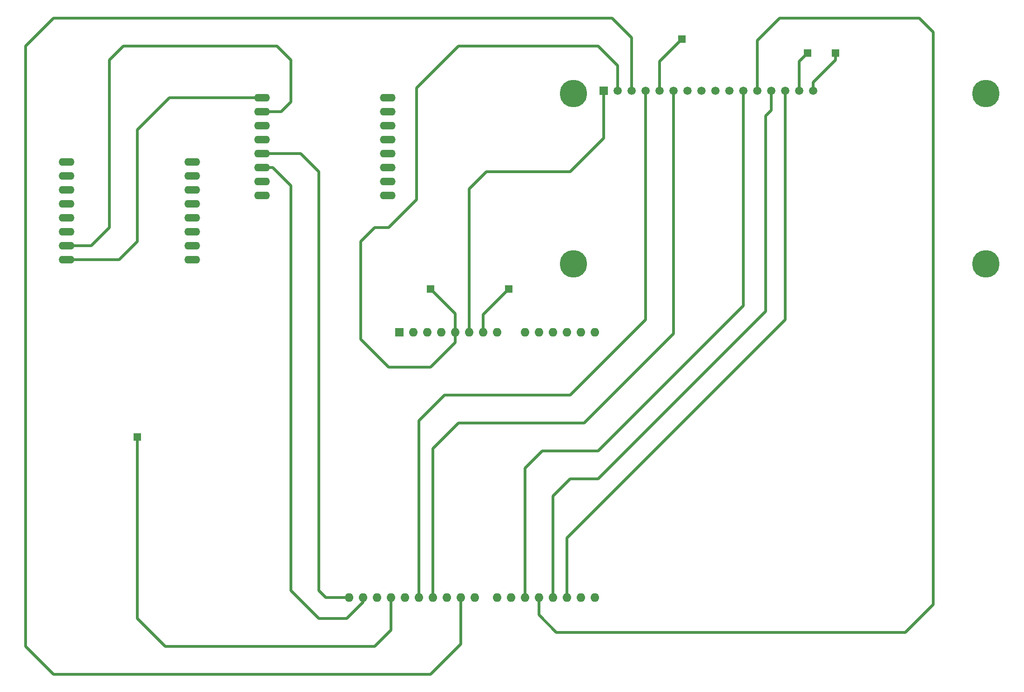
<source format=gbr>
%TF.GenerationSoftware,KiCad,Pcbnew,8.0.6*%
%TF.CreationDate,2025-01-02T11:27:19+08:00*%
%TF.ProjectId,qms_kiosk,716d735f-6b69-46f7-936b-2e6b69636164,rev?*%
%TF.SameCoordinates,Original*%
%TF.FileFunction,Copper,L2,Bot*%
%TF.FilePolarity,Positive*%
%FSLAX46Y46*%
G04 Gerber Fmt 4.6, Leading zero omitted, Abs format (unit mm)*
G04 Created by KiCad (PCBNEW 8.0.6) date 2025-01-02 11:27:19*
%MOMM*%
%LPD*%
G01*
G04 APERTURE LIST*
%TA.AperFunction,ComponentPad*%
%ADD10O,2.844800X1.422400*%
%TD*%
%TA.AperFunction,ComponentPad*%
%ADD11R,1.600000X1.600000*%
%TD*%
%TA.AperFunction,ComponentPad*%
%ADD12O,1.600000X1.600000*%
%TD*%
%TA.AperFunction,ComponentPad*%
%ADD13R,1.350000X1.350000*%
%TD*%
%TA.AperFunction,ComponentPad*%
%ADD14R,1.508000X1.508000*%
%TD*%
%TA.AperFunction,ComponentPad*%
%ADD15C,1.508000*%
%TD*%
%TA.AperFunction,ComponentPad*%
%ADD16C,5.000000*%
%TD*%
%TA.AperFunction,Conductor*%
%ADD17C,0.508000*%
%TD*%
G04 APERTURE END LIST*
D10*
%TO.P,U2,P$1,5V*%
%TO.N,unconnected-(U2-5V-PadP$1)*%
X86167500Y-74420000D03*
%TO.P,U2,P$2,GND*%
%TO.N,unconnected-(U2-GND-PadP$2)*%
X86167500Y-71880000D03*
%TO.P,U2,P$3,IO12*%
%TO.N,unconnected-(U2-IO12-PadP$3)*%
X86167500Y-69340000D03*
%TO.P,U2,P$4,IO13*%
%TO.N,unconnected-(U2-IO13-PadP$4)*%
X86167500Y-66800000D03*
%TO.P,U2,P$5,IO15*%
%TO.N,unconnected-(U2-IO15-PadP$5)*%
X86167500Y-64260000D03*
%TO.P,U2,P$6,IO14*%
%TO.N,unconnected-(U2-IO14-PadP$6)*%
X86167500Y-61720000D03*
%TO.P,U2,P$7,IO2*%
%TO.N,unconnected-(U2-IO2-PadP$7)*%
X86167500Y-59180000D03*
%TO.P,U2,P$8,IO4*%
%TO.N,unconnected-(U2-IO4-PadP$8)*%
X86167500Y-56640000D03*
%TO.P,U2,P$9,.GND*%
%TO.N,unconnected-(U2-.GND-PadP$9)*%
X63307500Y-56640000D03*
%TO.P,U2,P$10,IO1/U0T*%
%TO.N,unconnected-(U2-IO1{slash}U0T-PadP$10)*%
X63307500Y-59180000D03*
%TO.P,U2,P$11,IO3/U0R*%
%TO.N,unconnected-(U2-IO3{slash}U0R-PadP$11)*%
X63307500Y-61720000D03*
%TO.P,U2,P$12,3V3.*%
%TO.N,unconnected-(U2-3V3.-PadP$12)*%
X63307500Y-64260000D03*
%TO.P,U2,P$13,GND.*%
%TO.N,unconnected-(U2-GND.-PadP$13)*%
X63307500Y-66800000D03*
%TO.P,U2,P$14,IO0*%
%TO.N,unconnected-(U2-IO0-PadP$14)*%
X63307500Y-69340000D03*
%TO.P,U2,P$15,IO16*%
%TO.N,Net-(U2-IO16)*%
X63307500Y-71880000D03*
%TO.P,U2,P$16,3V3*%
%TO.N,Net-(U2-3V3)*%
X63307500Y-74420000D03*
%TD*%
%TO.P,U3,P$1,5V*%
%TO.N,Net-(U2-3V3)*%
X98867500Y-44960000D03*
%TO.P,U3,P$2,GND*%
%TO.N,Net-(U2-IO16)*%
X98867500Y-47500000D03*
%TO.P,U3,P$3,IO12*%
%TO.N,unconnected-(U3-IO12-PadP$3)*%
X98867500Y-50040000D03*
%TO.P,U3,P$4,IO13*%
%TO.N,unconnected-(U3-IO13-PadP$4)*%
X98867500Y-52580000D03*
%TO.P,U3,P$5,IO15*%
%TO.N,Net-(U3-IO15)*%
X98867500Y-55120000D03*
%TO.P,U3,P$6,IO14*%
%TO.N,Net-(U3-IO14)*%
X98867500Y-57660000D03*
%TO.P,U3,P$7,IO2*%
%TO.N,unconnected-(U3-IO2-PadP$7)*%
X98867500Y-60200000D03*
%TO.P,U3,P$8,IO4*%
%TO.N,unconnected-(U3-IO4-PadP$8)*%
X98867500Y-62740000D03*
%TO.P,U3,P$9,.GND*%
%TO.N,unconnected-(U3-.GND-PadP$9)*%
X121727500Y-62740000D03*
%TO.P,U3,P$10,IO1/U0T*%
%TO.N,unconnected-(U3-IO1{slash}U0T-PadP$10)*%
X121727500Y-60200000D03*
%TO.P,U3,P$11,IO3/U0R*%
%TO.N,unconnected-(U3-IO3{slash}U0R-PadP$11)*%
X121727500Y-57660000D03*
%TO.P,U3,P$12,3V3.*%
%TO.N,unconnected-(U3-3V3.-PadP$12)*%
X121727500Y-55120000D03*
%TO.P,U3,P$13,GND.*%
%TO.N,unconnected-(U3-GND.-PadP$13)*%
X121727500Y-52580000D03*
%TO.P,U3,P$14,IO0*%
%TO.N,unconnected-(U3-IO0-PadP$14)*%
X121727500Y-50040000D03*
%TO.P,U3,P$15,IO16*%
%TO.N,unconnected-(U3-IO16-PadP$15)*%
X121727500Y-47500000D03*
%TO.P,U3,P$16,3V3*%
%TO.N,unconnected-(U3-3V3-PadP$16)*%
X121727500Y-44960000D03*
%TD*%
D11*
%TO.P,A1,1,NC*%
%TO.N,unconnected-(A1-NC-Pad1)*%
X123825000Y-87630000D03*
D12*
%TO.P,A1,2,IOREF*%
%TO.N,unconnected-(A1-IOREF-Pad2)*%
X126365000Y-87630000D03*
%TO.P,A1,3,~{RESET}*%
%TO.N,unconnected-(A1-~{RESET}-Pad3)*%
X128905000Y-87630000D03*
%TO.P,A1,4,3V3*%
%TO.N,unconnected-(A1-3V3-Pad4)*%
X131445000Y-87630000D03*
%TO.P,A1,5,+5V*%
%TO.N,+5V*%
X133985000Y-87630000D03*
%TO.P,A1,6,GND*%
%TO.N,GND*%
X136525000Y-87630000D03*
%TO.P,A1,7,GND*%
%TO.N,Net-(J6-Pin_1)*%
X139065000Y-87630000D03*
%TO.P,A1,8,VIN*%
%TO.N,unconnected-(A1-VIN-Pad8)*%
X141605000Y-87630000D03*
%TO.P,A1,9,A0*%
%TO.N,unconnected-(A1-A0-Pad9)*%
X146685000Y-87630000D03*
%TO.P,A1,10,A1*%
%TO.N,unconnected-(A1-A1-Pad10)*%
X149225000Y-87630000D03*
%TO.P,A1,11,A2*%
%TO.N,unconnected-(A1-A2-Pad11)*%
X151765000Y-87630000D03*
%TO.P,A1,12,A3*%
%TO.N,unconnected-(A1-A3-Pad12)*%
X154305000Y-87630000D03*
%TO.P,A1,13,SDA/A4*%
%TO.N,unconnected-(A1-SDA{slash}A4-Pad13)*%
X156845000Y-87630000D03*
%TO.P,A1,14,SCL/A5*%
%TO.N,unconnected-(A1-SCL{slash}A5-Pad14)*%
X159385000Y-87630000D03*
%TO.P,A1,15,D0/RX*%
%TO.N,unconnected-(A1-D0{slash}RX-Pad15)*%
X159385000Y-135890000D03*
%TO.P,A1,16,D1/TX*%
%TO.N,unconnected-(A1-D1{slash}TX-Pad16)*%
X156845000Y-135890000D03*
%TO.P,A1,17,D2*%
%TO.N,Net-(A1-D2)*%
X154305000Y-135890000D03*
%TO.P,A1,18,D3*%
%TO.N,Net-(A1-D3)*%
X151765000Y-135890000D03*
%TO.P,A1,19,D4*%
%TO.N,Net-(A1-D4)*%
X149225000Y-135890000D03*
%TO.P,A1,20,D5*%
%TO.N,Net-(A1-D5)*%
X146685000Y-135890000D03*
%TO.P,A1,21,D6*%
%TO.N,unconnected-(A1-D6-Pad21)*%
X144145000Y-135890000D03*
%TO.P,A1,22,D7*%
%TO.N,unconnected-(A1-D7-Pad22)*%
X141605000Y-135890000D03*
%TO.P,A1,23,D8*%
%TO.N,unconnected-(A1-D8-Pad23)*%
X137545000Y-135890000D03*
%TO.P,A1,24,D9*%
%TO.N,Net-(A1-D9)*%
X135005000Y-135890000D03*
%TO.P,A1,25,D10*%
%TO.N,unconnected-(A1-D10-Pad25)*%
X132465000Y-135890000D03*
%TO.P,A1,26,D11*%
%TO.N,Net-(A1-D11)*%
X129925000Y-135890000D03*
%TO.P,A1,27,D12*%
%TO.N,Net-(A1-D12)*%
X127385000Y-135890000D03*
%TO.P,A1,28,D13*%
%TO.N,unconnected-(A1-D13-Pad28)*%
X124845000Y-135890000D03*
%TO.P,A1,29,GND*%
%TO.N,Net-(J5-Pin_1)*%
X122305000Y-135890000D03*
%TO.P,A1,30,AREF*%
%TO.N,unconnected-(A1-AREF-Pad30)*%
X119765000Y-135890000D03*
%TO.P,A1,31,SDA/A4*%
%TO.N,Net-(U3-IO14)*%
X117225000Y-135890000D03*
%TO.P,A1,32,SCL/A5*%
%TO.N,Net-(U3-IO15)*%
X114685000Y-135890000D03*
%TD*%
D13*
%TO.P,J5,1,Pin_1*%
%TO.N,Net-(J5-Pin_1)*%
X76200000Y-106680000D03*
%TD*%
D14*
%TO.P,U1,1,VSS*%
%TO.N,GND*%
X161040000Y-43690000D03*
D15*
%TO.P,U1,2,VDD*%
%TO.N,+5V*%
X163580000Y-43690000D03*
%TO.P,U1,3,VO*%
%TO.N,Net-(A1-D9)*%
X166120000Y-43690000D03*
%TO.P,U1,4,RS*%
%TO.N,Net-(A1-D12)*%
X168660000Y-43690000D03*
%TO.P,U1,5,R/W*%
%TO.N,Net-(J2-Pin_1)*%
X171200000Y-43690000D03*
%TO.P,U1,6,E*%
%TO.N,Net-(A1-D11)*%
X173740000Y-43690000D03*
%TO.P,U1,7,DB0*%
%TO.N,unconnected-(U1-DB0-Pad7)*%
X176280000Y-43690000D03*
%TO.P,U1,8,DB1*%
%TO.N,unconnected-(U1-DB1-Pad8)*%
X178820000Y-43690000D03*
%TO.P,U1,9,DB2*%
%TO.N,unconnected-(U1-DB2-Pad9)*%
X181360000Y-43690000D03*
%TO.P,U1,10,DB3*%
%TO.N,unconnected-(U1-DB3-Pad10)*%
X183900000Y-43690000D03*
%TO.P,U1,11,DB4*%
%TO.N,Net-(A1-D5)*%
X186440000Y-43690000D03*
%TO.P,U1,12,DB5*%
%TO.N,Net-(A1-D4)*%
X188980000Y-43690000D03*
%TO.P,U1,13,DB6*%
%TO.N,Net-(A1-D3)*%
X191520000Y-43690000D03*
%TO.P,U1,14,DB7*%
%TO.N,Net-(A1-D2)*%
X194060000Y-43690000D03*
%TO.P,U1,15,LEDA*%
%TO.N,Net-(J3-Pin_1)*%
X196600000Y-43690000D03*
%TO.P,U1,16,LEDK*%
%TO.N,Net-(J4-Pin_1)*%
X199140000Y-43690000D03*
D16*
%TO.P,U1,S1*%
%TO.N,N/C*%
X155540000Y-44190000D03*
%TO.P,U1,S2*%
X230540000Y-44190000D03*
%TO.P,U1,S3*%
X230540000Y-75190000D03*
%TO.P,U1,S4*%
X155540000Y-75190000D03*
%TD*%
D13*
%TO.P,J2,1,Pin_1*%
%TO.N,Net-(J2-Pin_1)*%
X175260000Y-34290000D03*
%TD*%
%TO.P,J6,1,Pin_1*%
%TO.N,Net-(J6-Pin_1)*%
X143702500Y-79817500D03*
%TD*%
%TO.P,J3,1,Pin_1*%
%TO.N,Net-(J3-Pin_1)*%
X198120000Y-36830000D03*
%TD*%
%TO.P,J4,1,Pin_1*%
%TO.N,Net-(J4-Pin_1)*%
X203200000Y-36830000D03*
%TD*%
%TO.P,J1,1,Pin_1*%
%TO.N,+5V*%
X129540000Y-79817500D03*
%TD*%
D17*
%TO.N,Net-(A1-D2)*%
X194060000Y-85340000D02*
X154305000Y-125095000D01*
X154305000Y-125095000D02*
X154305000Y-135890000D01*
X194060000Y-43690000D02*
X194060000Y-85340000D01*
%TO.N,Net-(J5-Pin_1)*%
X122305000Y-141855000D02*
X119380000Y-144780000D01*
X76200000Y-139700000D02*
X76200000Y-106680000D01*
X81280000Y-144780000D02*
X76200000Y-139700000D01*
X122305000Y-135890000D02*
X122305000Y-141855000D01*
X119380000Y-144780000D02*
X81280000Y-144780000D01*
%TO.N,Net-(A1-D12)*%
X154940000Y-99060000D02*
X132080000Y-99060000D01*
X127385000Y-103755000D02*
X127385000Y-135890000D01*
X168660000Y-85340000D02*
X154940000Y-99060000D01*
X168660000Y-43690000D02*
X168660000Y-85340000D01*
X132080000Y-99060000D02*
X127385000Y-103755000D01*
%TO.N,Net-(A1-D3)*%
X191520000Y-43690000D02*
X191520000Y-47240000D01*
X160020000Y-114300000D02*
X154940000Y-114300000D01*
X191520000Y-47240000D02*
X190500000Y-48260000D01*
X151765000Y-117475000D02*
X151765000Y-135890000D01*
X154940000Y-114300000D02*
X151765000Y-117475000D01*
X190500000Y-48260000D02*
X190500000Y-83820000D01*
X190500000Y-83820000D02*
X160020000Y-114300000D01*
%TO.N,Net-(J6-Pin_1)*%
X139065000Y-87630000D02*
X139065000Y-84455000D01*
X139065000Y-84455000D02*
X143702500Y-79817500D01*
%TO.N,Net-(A1-D5)*%
X146685000Y-112395000D02*
X146685000Y-135890000D01*
X186440000Y-82800000D02*
X160020000Y-109220000D01*
X149860000Y-109220000D02*
X146685000Y-112395000D01*
X186440000Y-43690000D02*
X186440000Y-82800000D01*
X160020000Y-109220000D02*
X149860000Y-109220000D01*
%TO.N,Net-(A1-D4)*%
X193040000Y-30480000D02*
X218440000Y-30480000D01*
X218440000Y-30480000D02*
X220980000Y-33020000D01*
X188980000Y-43690000D02*
X188980000Y-34540000D01*
X188980000Y-34540000D02*
X193040000Y-30480000D01*
X215900000Y-142240000D02*
X152400000Y-142240000D01*
X152400000Y-142240000D02*
X149225000Y-139065000D01*
X220980000Y-33020000D02*
X220980000Y-137160000D01*
X220980000Y-137160000D02*
X215900000Y-142240000D01*
X149225000Y-139065000D02*
X149225000Y-135890000D01*
%TO.N,Net-(A1-D11)*%
X173740000Y-43690000D02*
X173740000Y-87880000D01*
X134620000Y-104140000D02*
X129925000Y-108835000D01*
X129925000Y-108835000D02*
X129925000Y-135890000D01*
X157480000Y-104140000D02*
X134620000Y-104140000D01*
X173740000Y-87880000D02*
X157480000Y-104140000D01*
%TO.N,Net-(U3-IO14)*%
X100840000Y-57660000D02*
X98867500Y-57660000D01*
X114300000Y-139700000D02*
X109220000Y-139700000D01*
X117225000Y-135890000D02*
X117225000Y-136775000D01*
X104140000Y-60960000D02*
X100840000Y-57660000D01*
X109220000Y-139700000D02*
X104140000Y-134620000D01*
X117225000Y-136775000D02*
X114300000Y-139700000D01*
X104140000Y-134620000D02*
X104140000Y-60960000D01*
%TO.N,Net-(U3-IO15)*%
X114685000Y-135890000D02*
X110490000Y-135890000D01*
X110490000Y-135890000D02*
X109220000Y-134620000D01*
X105920000Y-55120000D02*
X98867500Y-55120000D01*
X109220000Y-134620000D02*
X109220000Y-58420000D01*
X109220000Y-58420000D02*
X105920000Y-55120000D01*
%TO.N,Net-(A1-D9)*%
X166120000Y-34040000D02*
X162560000Y-30480000D01*
X60960000Y-30480000D02*
X55880000Y-35560000D01*
X55880000Y-144780000D02*
X60960000Y-149860000D01*
X166120000Y-43690000D02*
X166120000Y-34040000D01*
X135005000Y-144395000D02*
X135005000Y-135890000D01*
X60960000Y-149860000D02*
X129540000Y-149860000D01*
X55880000Y-35560000D02*
X55880000Y-144780000D01*
X129540000Y-149860000D02*
X135005000Y-144395000D01*
X162560000Y-30480000D02*
X60960000Y-30480000D01*
%TO.N,Net-(J2-Pin_1)*%
X171200000Y-38350000D02*
X175260000Y-34290000D01*
X171200000Y-43690000D02*
X171200000Y-38350000D01*
%TO.N,Net-(J3-Pin_1)*%
X196600000Y-38350000D02*
X198120000Y-36830000D01*
X196600000Y-43690000D02*
X196600000Y-38350000D01*
%TO.N,GND*%
X136525000Y-61595000D02*
X139700000Y-58420000D01*
X161040000Y-52320000D02*
X161040000Y-43690000D01*
X154940000Y-58420000D02*
X161040000Y-52320000D01*
X136525000Y-87630000D02*
X136525000Y-61595000D01*
X139700000Y-58420000D02*
X154940000Y-58420000D01*
%TO.N,+5V*%
X160020000Y-35560000D02*
X134620000Y-35560000D01*
X134620000Y-35560000D02*
X127000000Y-43180000D01*
X121920000Y-68580000D02*
X119380000Y-68580000D01*
X133985000Y-84262500D02*
X129540000Y-79817500D01*
X129540000Y-93980000D02*
X133985000Y-89535000D01*
X116840000Y-71120000D02*
X116840000Y-88900000D01*
X121920000Y-93980000D02*
X129540000Y-93980000D01*
X116840000Y-88900000D02*
X121920000Y-93980000D01*
X163580000Y-43690000D02*
X163580000Y-39120000D01*
X133985000Y-87630000D02*
X133985000Y-84262500D01*
X127000000Y-43180000D02*
X127000000Y-63500000D01*
X127000000Y-63500000D02*
X121920000Y-68580000D01*
X133985000Y-89535000D02*
X133985000Y-87630000D01*
X119380000Y-68580000D02*
X116840000Y-71120000D01*
X163580000Y-39120000D02*
X160020000Y-35560000D01*
%TO.N,Net-(J4-Pin_1)*%
X199140000Y-42160000D02*
X203200000Y-38100000D01*
X199140000Y-43690000D02*
X199140000Y-42160000D01*
X203200000Y-38100000D02*
X203200000Y-36830000D01*
%TO.N,Net-(U2-IO16)*%
X102360000Y-47500000D02*
X98867500Y-47500000D01*
X71120000Y-38100000D02*
X73660000Y-35560000D01*
X71120000Y-68580000D02*
X71120000Y-38100000D01*
X73660000Y-35560000D02*
X101600000Y-35560000D01*
X101600000Y-35560000D02*
X104140000Y-38100000D01*
X67820000Y-71880000D02*
X71120000Y-68580000D01*
X104140000Y-45720000D02*
X102360000Y-47500000D01*
X104140000Y-38100000D02*
X104140000Y-45720000D01*
X63307500Y-71880000D02*
X67820000Y-71880000D01*
%TO.N,Net-(U2-3V3)*%
X76200000Y-50800000D02*
X82040000Y-44960000D01*
X82040000Y-44960000D02*
X98867500Y-44960000D01*
X63307500Y-74420000D02*
X72900000Y-74420000D01*
X72900000Y-74420000D02*
X76200000Y-71120000D01*
X76200000Y-71120000D02*
X76200000Y-50800000D01*
%TD*%
M02*

</source>
